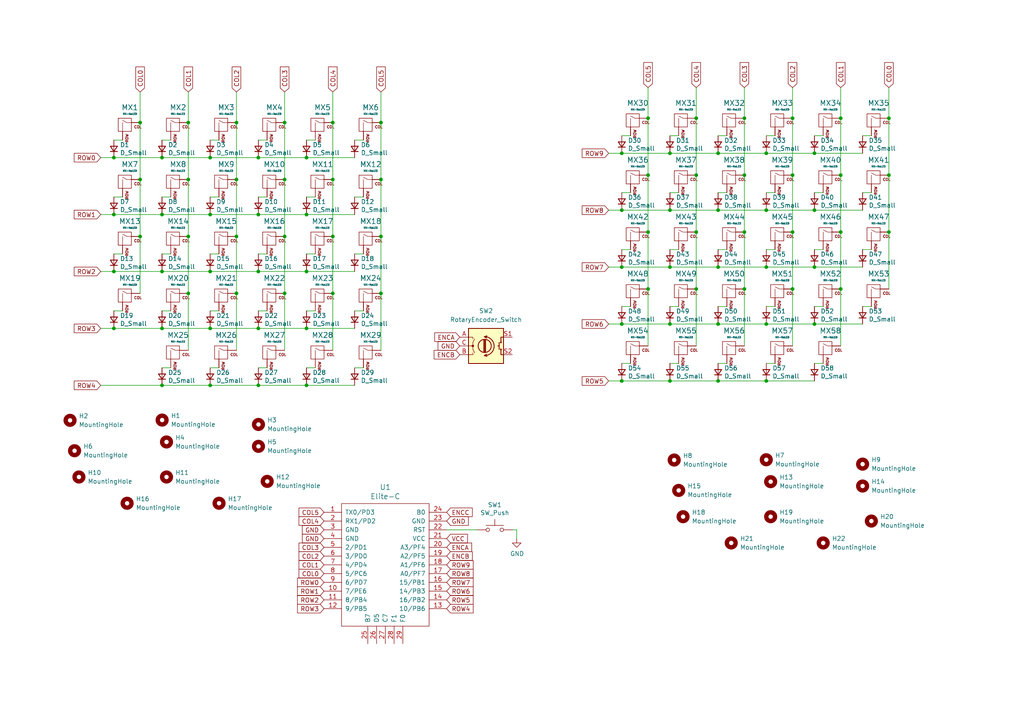
<source format=kicad_sch>
(kicad_sch (version 20211123) (generator eeschema)
  (paper "A4")
  (junction (at 257.81 67.31))
  (junction (at 33.02 62.23))
  (junction (at 74.93 62.23))
  (junction (at 236.22 44.45))
  (junction (at 215.9 67.31))
  (junction (at 74.93 78.74))
  (junction (at 201.93 67.31))
  (junction (at 40.64 35.56))
  (junction (at 68.58 68.58))
  (junction (at 194.31 44.45))
  (junction (at 222.25 44.45))
  (junction (at 60.96 62.23))
  (junction (at 236.22 60.96))
  (junction (at 33.02 78.74))
  (junction (at 180.34 77.47))
  (junction (at 180.34 44.45))
  (junction (at 194.31 77.47))
  (junction (at 201.93 50.8))
  (junction (at 257.81 50.8))
  (junction (at 229.87 67.31))
  (junction (at 88.9 95.25))
  (junction (at 96.52 35.56))
  (junction (at 187.96 67.31))
  (junction (at 180.34 110.49))
  (junction (at 229.87 50.8))
  (junction (at 54.61 52.07))
  (junction (at 110.49 35.56))
  (junction (at 82.55 85.09))
  (junction (at 88.9 62.23))
  (junction (at 187.96 50.8))
  (junction (at 243.84 67.31))
  (junction (at 96.52 85.09))
  (junction (at 54.61 35.56))
  (junction (at 88.9 111.76))
  (junction (at 33.02 95.25))
  (junction (at 60.96 45.72))
  (junction (at 33.02 45.72))
  (junction (at 243.84 83.82))
  (junction (at 257.81 34.29))
  (junction (at 222.25 110.49))
  (junction (at 194.31 60.96))
  (junction (at 229.87 34.29))
  (junction (at 46.99 111.76))
  (junction (at 222.25 60.96))
  (junction (at 208.28 60.96))
  (junction (at 215.9 34.29))
  (junction (at 68.58 35.56))
  (junction (at 222.25 77.47))
  (junction (at 194.31 93.98))
  (junction (at 40.64 52.07))
  (junction (at 68.58 85.09))
  (junction (at 96.52 68.58))
  (junction (at 82.55 68.58))
  (junction (at 236.22 93.98))
  (junction (at 180.34 60.96))
  (junction (at 187.96 34.29))
  (junction (at 222.25 93.98))
  (junction (at 236.22 77.47))
  (junction (at 208.28 110.49))
  (junction (at 46.99 78.74))
  (junction (at 88.9 78.74))
  (junction (at 201.93 34.29))
  (junction (at 74.93 111.76))
  (junction (at 74.93 45.72))
  (junction (at 74.93 95.25))
  (junction (at 208.28 77.47))
  (junction (at 60.96 78.74))
  (junction (at 46.99 45.72))
  (junction (at 229.87 83.82))
  (junction (at 208.28 44.45))
  (junction (at 215.9 50.8))
  (junction (at 208.28 93.98))
  (junction (at 243.84 34.29))
  (junction (at 110.49 52.07))
  (junction (at 68.58 52.07))
  (junction (at 110.49 68.58))
  (junction (at 194.31 110.49))
  (junction (at 54.61 68.58))
  (junction (at 46.99 95.25))
  (junction (at 110.49 85.09))
  (junction (at 201.93 83.82))
  (junction (at 60.96 111.76))
  (junction (at 46.99 62.23))
  (junction (at 40.64 68.58))
  (junction (at 60.96 95.25))
  (junction (at 187.96 83.82))
  (junction (at 82.55 35.56))
  (junction (at 180.34 93.98))
  (junction (at 96.52 52.07))
  (junction (at 54.61 85.09))
  (junction (at 82.55 52.07))
  (junction (at 88.9 45.72))
  (junction (at 215.9 83.82))
  (junction (at 243.84 50.8))
  (wire (pts (xy 96.52 85.09) (xy 96.52 101.6)))
  (wire (pts (xy 33.02 62.23) (xy 46.99 62.23)))
  (wire (pts (xy 201.93 34.29) (xy 201.93 50.8)))
  (wire (pts (xy 229.87 25.4) (xy 229.87 34.29)))
  (wire (pts (xy 33.02 45.72) (xy 46.99 45.72)))
  (wire (pts (xy 74.93 45.72) (xy 88.9 45.72)))
  (wire (pts (xy 208.28 105.41) (xy 210.82 105.41)))
  (wire (pts (xy 187.96 50.8) (xy 187.96 67.31)))
  (wire (pts (xy 110.49 85.09) (xy 110.49 101.6)))
  (wire (pts (xy 180.34 55.88) (xy 182.88 55.88)))
  (wire (pts (xy 194.31 88.9) (xy 196.85 88.9)))
  (wire (pts (xy 215.9 25.4) (xy 215.9 34.29)))
  (wire (pts (xy 187.96 25.4) (xy 187.96 34.29)))
  (wire (pts (xy 257.81 25.4) (xy 257.81 34.29)))
  (wire (pts (xy 46.99 73.66) (xy 49.53 73.66)))
  (wire (pts (xy 88.9 78.74) (xy 102.87 78.74)))
  (wire (pts (xy 29.21 78.74) (xy 33.02 78.74)))
  (wire (pts (xy 208.28 72.39) (xy 210.82 72.39)))
  (wire (pts (xy 88.9 111.76) (xy 102.87 111.76)))
  (wire (pts (xy 215.9 34.29) (xy 215.9 50.8)))
  (wire (pts (xy 110.49 35.56) (xy 110.49 52.07)))
  (wire (pts (xy 40.64 52.07) (xy 40.64 68.58)))
  (wire (pts (xy 194.31 39.37) (xy 196.85 39.37)))
  (wire (pts (xy 88.9 62.23) (xy 102.87 62.23)))
  (wire (pts (xy 29.21 111.76) (xy 46.99 111.76)))
  (wire (pts (xy 176.53 44.45) (xy 180.34 44.45)))
  (wire (pts (xy 88.9 95.25) (xy 102.87 95.25)))
  (wire (pts (xy 40.64 35.56) (xy 40.64 52.07)))
  (wire (pts (xy 68.58 68.58) (xy 68.58 85.09)))
  (wire (pts (xy 46.99 57.15) (xy 49.53 57.15)))
  (wire (pts (xy 88.9 90.17) (xy 91.44 90.17)))
  (wire (pts (xy 180.34 44.45) (xy 194.31 44.45)))
  (wire (pts (xy 229.87 83.82) (xy 229.87 100.33)))
  (wire (pts (xy 236.22 93.98) (xy 250.19 93.98)))
  (wire (pts (xy 194.31 110.49) (xy 208.28 110.49)))
  (wire (pts (xy 74.93 40.64) (xy 77.47 40.64)))
  (wire (pts (xy 68.58 35.56) (xy 68.58 52.07)))
  (wire (pts (xy 250.19 88.9) (xy 252.73 88.9)))
  (wire (pts (xy 243.84 50.8) (xy 243.84 67.31)))
  (wire (pts (xy 102.87 106.68) (xy 105.41 106.68)))
  (wire (pts (xy 180.34 39.37) (xy 182.88 39.37)))
  (wire (pts (xy 208.28 93.98) (xy 222.25 93.98)))
  (wire (pts (xy 46.99 62.23) (xy 60.96 62.23)))
  (wire (pts (xy 60.96 106.68) (xy 63.5 106.68)))
  (wire (pts (xy 194.31 77.47) (xy 208.28 77.47)))
  (wire (pts (xy 215.9 67.31) (xy 215.9 83.82)))
  (wire (pts (xy 88.9 45.72) (xy 102.87 45.72)))
  (wire (pts (xy 33.02 57.15) (xy 35.56 57.15)))
  (wire (pts (xy 236.22 72.39) (xy 238.76 72.39)))
  (wire (pts (xy 74.93 62.23) (xy 88.9 62.23)))
  (wire (pts (xy 243.84 34.29) (xy 243.84 50.8)))
  (wire (pts (xy 60.96 111.76) (xy 74.93 111.76)))
  (wire (pts (xy 54.61 68.58) (xy 54.61 85.09)))
  (wire (pts (xy 222.25 105.41) (xy 224.79 105.41)))
  (wire (pts (xy 194.31 93.98) (xy 208.28 93.98)))
  (wire (pts (xy 194.31 44.45) (xy 208.28 44.45)))
  (wire (pts (xy 243.84 83.82) (xy 243.84 100.33)))
  (wire (pts (xy 243.84 67.31) (xy 243.84 83.82)))
  (wire (pts (xy 187.96 83.82) (xy 187.96 100.33)))
  (wire (pts (xy 148.59 153.67) (xy 149.86 153.67)))
  (wire (pts (xy 176.53 77.47) (xy 180.34 77.47)))
  (wire (pts (xy 194.31 72.39) (xy 196.85 72.39)))
  (wire (pts (xy 236.22 39.37) (xy 238.76 39.37)))
  (wire (pts (xy 222.25 60.96) (xy 236.22 60.96)))
  (wire (pts (xy 236.22 77.47) (xy 250.19 77.47)))
  (wire (pts (xy 180.34 93.98) (xy 194.31 93.98)))
  (wire (pts (xy 257.81 50.8) (xy 257.81 67.31)))
  (wire (pts (xy 46.99 111.76) (xy 60.96 111.76)))
  (wire (pts (xy 250.19 39.37) (xy 252.73 39.37)))
  (wire (pts (xy 102.87 57.15) (xy 105.41 57.15)))
  (wire (pts (xy 96.52 68.58) (xy 96.52 85.09)))
  (wire (pts (xy 208.28 60.96) (xy 222.25 60.96)))
  (wire (pts (xy 250.19 55.88) (xy 252.73 55.88)))
  (wire (pts (xy 229.87 50.8) (xy 229.87 67.31)))
  (wire (pts (xy 88.9 40.64) (xy 91.44 40.64)))
  (wire (pts (xy 229.87 67.31) (xy 229.87 83.82)))
  (wire (pts (xy 68.58 52.07) (xy 68.58 68.58)))
  (wire (pts (xy 222.25 110.49) (xy 236.22 110.49)))
  (wire (pts (xy 201.93 25.4) (xy 201.93 34.29)))
  (wire (pts (xy 46.99 106.68) (xy 49.53 106.68)))
  (wire (pts (xy 180.34 77.47) (xy 194.31 77.47)))
  (wire (pts (xy 33.02 90.17) (xy 35.56 90.17)))
  (wire (pts (xy 60.96 78.74) (xy 74.93 78.74)))
  (wire (pts (xy 102.87 40.64) (xy 105.41 40.64)))
  (wire (pts (xy 96.52 52.07) (xy 96.52 68.58)))
  (wire (pts (xy 222.25 44.45) (xy 236.22 44.45)))
  (wire (pts (xy 54.61 52.07) (xy 54.61 68.58)))
  (wire (pts (xy 74.93 106.68) (xy 77.47 106.68)))
  (wire (pts (xy 236.22 55.88) (xy 238.76 55.88)))
  (wire (pts (xy 208.28 39.37) (xy 210.82 39.37)))
  (wire (pts (xy 236.22 60.96) (xy 250.19 60.96)))
  (wire (pts (xy 102.87 73.66) (xy 105.41 73.66)))
  (wire (pts (xy 29.21 45.72) (xy 33.02 45.72)))
  (wire (pts (xy 180.34 60.96) (xy 194.31 60.96)))
  (wire (pts (xy 74.93 73.66) (xy 77.47 73.66)))
  (wire (pts (xy 176.53 93.98) (xy 180.34 93.98)))
  (wire (pts (xy 110.49 68.58) (xy 110.49 85.09)))
  (wire (pts (xy 74.93 111.76) (xy 88.9 111.76)))
  (wire (pts (xy 29.21 62.23) (xy 33.02 62.23)))
  (wire (pts (xy 82.55 85.09) (xy 82.55 101.6)))
  (wire (pts (xy 236.22 44.45) (xy 250.19 44.45)))
  (wire (pts (xy 110.49 52.07) (xy 110.49 68.58)))
  (wire (pts (xy 110.49 26.67) (xy 110.49 35.56)))
  (wire (pts (xy 257.81 67.31) (xy 257.81 83.82)))
  (wire (pts (xy 60.96 57.15) (xy 63.5 57.15)))
  (wire (pts (xy 222.25 77.47) (xy 236.22 77.47)))
  (wire (pts (xy 88.9 106.68) (xy 91.44 106.68)))
  (wire (pts (xy 208.28 77.47) (xy 222.25 77.47)))
  (wire (pts (xy 222.25 72.39) (xy 224.79 72.39)))
  (wire (pts (xy 208.28 44.45) (xy 222.25 44.45)))
  (wire (pts (xy 222.25 88.9) (xy 224.79 88.9)))
  (wire (pts (xy 180.34 105.41) (xy 182.88 105.41)))
  (wire (pts (xy 222.25 39.37) (xy 224.79 39.37)))
  (wire (pts (xy 68.58 26.67) (xy 68.58 35.56)))
  (wire (pts (xy 54.61 85.09) (xy 54.61 101.6)))
  (wire (pts (xy 54.61 26.67) (xy 54.61 35.56)))
  (wire (pts (xy 201.93 83.82) (xy 201.93 100.33)))
  (wire (pts (xy 74.93 95.25) (xy 88.9 95.25)))
  (wire (pts (xy 194.31 55.88) (xy 196.85 55.88)))
  (wire (pts (xy 176.53 60.96) (xy 180.34 60.96)))
  (wire (pts (xy 60.96 90.17) (xy 63.5 90.17)))
  (wire (pts (xy 236.22 88.9) (xy 238.76 88.9)))
  (wire (pts (xy 149.86 153.67) (xy 149.86 156.21)))
  (wire (pts (xy 194.31 60.96) (xy 208.28 60.96)))
  (wire (pts (xy 46.99 78.74) (xy 60.96 78.74)))
  (wire (pts (xy 60.96 40.64) (xy 63.5 40.64)))
  (wire (pts (xy 187.96 67.31) (xy 187.96 83.82)))
  (wire (pts (xy 180.34 72.39) (xy 182.88 72.39)))
  (wire (pts (xy 201.93 50.8) (xy 201.93 67.31)))
  (wire (pts (xy 74.93 90.17) (xy 77.47 90.17)))
  (wire (pts (xy 208.28 88.9) (xy 210.82 88.9)))
  (wire (pts (xy 74.93 78.74) (xy 88.9 78.74)))
  (wire (pts (xy 60.96 73.66) (xy 63.5 73.66)))
  (wire (pts (xy 194.31 105.41) (xy 196.85 105.41)))
  (wire (pts (xy 54.61 35.56) (xy 54.61 52.07)))
  (wire (pts (xy 250.19 72.39) (xy 252.73 72.39)))
  (wire (pts (xy 46.99 90.17) (xy 49.53 90.17)))
  (wire (pts (xy 88.9 57.15) (xy 91.44 57.15)))
  (wire (pts (xy 60.96 62.23) (xy 74.93 62.23)))
  (wire (pts (xy 180.34 110.49) (xy 194.31 110.49)))
  (wire (pts (xy 68.58 85.09) (xy 68.58 101.6)))
  (wire (pts (xy 215.9 83.82) (xy 215.9 100.33)))
  (wire (pts (xy 201.93 67.31) (xy 201.93 83.82)))
  (wire (pts (xy 82.55 68.58) (xy 82.55 85.09)))
  (wire (pts (xy 208.28 110.49) (xy 222.25 110.49)))
  (wire (pts (xy 88.9 73.66) (xy 91.44 73.66)))
  (wire (pts (xy 46.99 40.64) (xy 49.53 40.64)))
  (wire (pts (xy 187.96 34.29) (xy 187.96 50.8)))
  (wire (pts (xy 102.87 90.17) (xy 105.41 90.17)))
  (wire (pts (xy 96.52 35.56) (xy 96.52 52.07)))
  (wire (pts (xy 74.93 57.15) (xy 77.47 57.15)))
  (wire (pts (xy 129.54 153.67) (xy 138.43 153.67)))
  (wire (pts (xy 257.81 34.29) (xy 257.81 50.8)))
  (wire (pts (xy 60.96 45.72) (xy 74.93 45.72)))
  (wire (pts (xy 180.34 88.9) (xy 182.88 88.9)))
  (wire (pts (xy 82.55 26.67) (xy 82.55 35.56)))
  (wire (pts (xy 222.25 93.98) (xy 236.22 93.98)))
  (wire (pts (xy 96.52 26.67) (xy 96.52 35.56)))
  (wire (pts (xy 46.99 95.25) (xy 60.96 95.25)))
  (wire (pts (xy 40.64 68.58) (xy 40.64 85.09)))
  (wire (pts (xy 33.02 40.64) (xy 35.56 40.64)))
  (wire (pts (xy 236.22 105.41) (xy 238.76 105.41)))
  (wire (pts (xy 229.87 34.29) (xy 229.87 50.8)))
  (wire (pts (xy 82.55 52.07) (xy 82.55 68.58)))
  (wire (pts (xy 82.55 35.56) (xy 82.55 52.07)))
  (wire (pts (xy 33.02 78.74) (xy 46.99 78.74)))
  (wire (pts (xy 33.02 95.25) (xy 46.99 95.25)))
  (wire (pts (xy 243.84 25.4) (xy 243.84 34.29)))
  (wire (pts (xy 176.53 110.49) (xy 180.34 110.49)))
  (wire (pts (xy 208.28 55.88) (xy 210.82 55.88)))
  (wire (pts (xy 60.96 95.25) (xy 74.93 95.25)))
  (wire (pts (xy 46.99 45.72) (xy 60.96 45.72)))
  (wire (pts (xy 29.21 95.25) (xy 33.02 95.25)))
  (wire (pts (xy 222.25 55.88) (xy 224.79 55.88)))
  (wire (pts (xy 33.02 73.66) (xy 35.56 73.66)))
  (wire (pts (xy 40.64 26.67) (xy 40.64 35.56)))
  (wire (pts (xy 215.9 50.8) (xy 215.9 67.31)))
  (global_label "COL3" (shape input) (at 93.98 158.75 180) (property "Intersheet References" "${INTERSHEET_REFS}" (effects hide)))
  (global_label "COL1" (shape input) (at 243.84 25.4 90) (property "Intersheet References" "${INTERSHEET_REFS}" (effects hide)))
  (global_label "COL0" (shape input) (at 40.64 26.67 90) (property "Intersheet References" "${INTERSHEET_REFS}" (effects hide)))
  (global_label "ROW5" (shape input) (at 129.54 173.99 0) (property "Intersheet References" "${INTERSHEET_REFS}" (effects hide)))
  (global_label "ROW1" (shape input) (at 93.98 171.45 180) (property "Intersheet References" "${INTERSHEET_REFS}" (effects hide)))
  (global_label "VCC" (shape input) (at 129.54 156.21 0) (property "Intersheet References" "${INTERSHEET_REFS}" (effects hide)))
  (global_label "ROW7" (shape input) (at 129.54 168.91 0) (property "Intersheet References" "${INTERSHEET_REFS}" (effects hide)))
  (global_label "COL5" (shape input) (at 110.49 26.67 90) (property "Intersheet References" "${INTERSHEET_REFS}" (effects hide)))
  (global_label "COL4" (shape input) (at 96.52 26.67 90) (property "Intersheet References" "${INTERSHEET_REFS}" (effects hide)))
  (global_label "ROW0" (shape input) (at 93.98 168.91 180) (property "Intersheet References" "${INTERSHEET_REFS}" (effects hide)))
  (global_label "ROW4" (shape input) (at 29.21 111.76 180) (property "Intersheet References" "${INTERSHEET_REFS}" (effects hide)))
  (global_label "COL5" (shape input) (at 93.98 148.59 180) (property "Intersheet References" "${INTERSHEET_REFS}" (effects hide)))
  (global_label "COL5" (shape input) (at 187.96 25.4 90) (property "Intersheet References" "${INTERSHEET_REFS}" (effects hide)))
  (global_label "ROW3" (shape input) (at 29.21 95.25 180) (property "Intersheet References" "${INTERSHEET_REFS}" (effects hide)))
  (global_label "ROW9" (shape input) (at 129.54 163.83 0) (property "Intersheet References" "${INTERSHEET_REFS}" (effects hide)))
  (global_label "COL0" (shape input) (at 257.81 25.4 90) (property "Intersheet References" "${INTERSHEET_REFS}" (effects hide)))
  (global_label "COL4" (shape input) (at 201.93 25.4 90) (property "Intersheet References" "${INTERSHEET_REFS}" (effects hide)))
  (global_label "COL1" (shape input) (at 54.61 26.67 90) (property "Intersheet References" "${INTERSHEET_REFS}" (effects hide)))
  (global_label "GND" (shape input) (at 133.35 100.33 180) (property "Intersheet References" "${INTERSHEET_REFS}" (effects hide)))
  (global_label "ENCC" (shape input) (at 129.54 148.59 0) (property "Intersheet References" "${INTERSHEET_REFS}" (effects hide)))
  (global_label "ENCA" (shape input) (at 133.35 97.79 180) (property "Intersheet References" "${INTERSHEET_REFS}" (effects hide)))
  (global_label "GND" (shape input) (at 129.54 151.13 0) (property "Intersheet References" "${INTERSHEET_REFS}" (effects hide)))
  (global_label "ROW9" (shape input) (at 176.53 44.45 180) (property "Intersheet References" "${INTERSHEET_REFS}" (effects hide)))
  (global_label "COL1" (shape input) (at 93.98 163.83 180) (property "Intersheet References" "${INTERSHEET_REFS}" (effects hide)))
  (global_label "ROW6" (shape input) (at 176.53 93.98 180) (property "Intersheet References" "${INTERSHEET_REFS}" (effects hide)))
  (global_label "ROW4" (shape input) (at 129.54 176.53 0) (property "Intersheet References" "${INTERSHEET_REFS}" (effects hide)))
  (global_label "COL3" (shape input) (at 82.55 26.67 90) (property "Intersheet References" "${INTERSHEET_REFS}" (effects hide)))
  (global_label "ROW2" (shape input) (at 93.98 173.99 180) (property "Intersheet References" "${INTERSHEET_REFS}" (effects hide)))
  (global_label "COL3" (shape input) (at 215.9 25.4 90) (property "Intersheet References" "${INTERSHEET_REFS}" (effects hide)))
  (global_label "ROW1" (shape input) (at 29.21 62.23 180) (property "Intersheet References" "${INTERSHEET_REFS}" (effects hide)))
  (global_label "ROW5" (shape input) (at 176.53 110.49 180) (property "Intersheet References" "${INTERSHEET_REFS}" (effects hide)))
  (global_label "ROW3" (shape input) (at 93.98 176.53 180) (property "Intersheet References" "${INTERSHEET_REFS}" (effects hide)))
  (global_label "GND" (shape input) (at 93.98 153.67 180) (property "Intersheet References" "${INTERSHEET_REFS}" (effects hide)))
  (global_label "COL2" (shape input) (at 68.58 26.67 90) (property "Intersheet References" "${INTERSHEET_REFS}" (effects hide)))
  (global_label "ROW0" (shape input) (at 29.21 45.72 180) (property "Intersheet References" "${INTERSHEET_REFS}" (effects hide)))
  (global_label "ENCA" (shape input) (at 129.54 158.75 0) (property "Intersheet References" "${INTERSHEET_REFS}" (effects hide)))
  (global_label "COL0" (shape input) (at 93.98 166.37 180) (property "Intersheet References" "${INTERSHEET_REFS}" (effects hide)))
  (global_label "ROW8" (shape input) (at 129.54 166.37 0) (property "Intersheet References" "${INTERSHEET_REFS}" (effects hide)))
  (global_label "COL4" (shape input) (at 93.98 151.13 180) (property "Intersheet References" "${INTERSHEET_REFS}" (effects hide)))
  (global_label "COL2" (shape input) (at 229.87 25.4 90) (property "Intersheet References" "${INTERSHEET_REFS}" (effects hide)))
  (global_label "GND" (shape input) (at 93.98 156.21 180) (property "Intersheet References" "${INTERSHEET_REFS}" (effects hide)))
  (global_label "ENCB" (shape input) (at 133.35 102.87 180) (property "Intersheet References" "${INTERSHEET_REFS}" (effects hide)))
  (global_label "COL2" (shape input) (at 93.98 161.29 180) (property "Intersheet References" "${INTERSHEET_REFS}" (effects hide)))
  (global_label "ROW6" (shape input) (at 129.54 171.45 0) (property "Intersheet References" "${INTERSHEET_REFS}" (effects hide)))
  (global_label "ROW7" (shape input) (at 176.53 77.47 180) (property "Intersheet References" "${INTERSHEET_REFS}" (effects hide)))
  (global_label "ENCB" (shape input) (at 129.54 161.29 0) (property "Intersheet References" "${INTERSHEET_REFS}" (effects hide)))
  (global_label "ROW8" (shape input) (at 176.53 60.96 180) (property "Intersheet References" "${INTERSHEET_REFS}" (effects hide)))
  (global_label "ROW2" (shape input) (at 29.21 78.74 180) (property "Intersheet References" "${INTERSHEET_REFS}" (effects hide)))
  (symbol (lib_id "MX_Alps_Hybrid:MX-NoLED") (at 198.12 85.09 0) (unit 1)
    (property "Reference" "MX49" (at 198.9582 79.4258 0) (effects (font (size 1.524 1.524))))
    (property "Value" "MX-NoLED" (at 198.9582 81.3054 0) (effects (font (size 0.508 0.508))))
    (property "Footprint" "footprints:CherryMX_Hotswap" (effects hide))
  )
  (symbol (lib_id "Device:D_Small") (at 33.02 59.69 90) (unit 1)
    (property "Reference" "D7" (at 34.798 58.5216 90) (effects (justify right)))
    (property "Value" "D_Small" (at 34.798 60.833 90) (effects (justify right)))
    (property "Footprint" "footprints:D3_hybrid_common_hole" (effects hide))
  )
  (symbol (lib_id "Device:D_Small") (at 208.28 91.44 90) (unit 1)
    (property "Reference" "D50" (at 210.058 90.2716 90) (effects (justify right)))
    (property "Value" "D_Small" (at 210.058 92.583 90) (effects (justify right)))
    (property "Footprint" "footprints:D3_hybrid_common_hole" (effects hide))
  )
  (symbol (lib_id "MX_Alps_Hybrid:MX-NoLED") (at 198.12 52.07 0) (unit 1)
    (property "Reference" "MX37" (at 198.9582 46.4058 0) (effects (font (size 1.524 1.524))))
    (property "Value" "MX-NoLED" (at 198.9582 48.2854 0) (effects (font (size 0.508 0.508))))
    (property "Footprint" "footprints:CherryMX_Hotswap" (effects hide))
  )
  (symbol (lib_id "MX_Alps_Hybrid:MX-NoLED") (at 50.8 69.85 0) (unit 1)
    (property "Reference" "MX14" (at 51.6382 64.1858 0) (effects (font (size 1.524 1.524))))
    (property "Value" "MX-NoLED" (at 51.6382 66.0654 0) (effects (font (size 0.508 0.508))))
    (property "Footprint" "footprints:CherryMX_Hotswap" (effects hide))
  )
  (symbol (lib_id "Mechanical:MountingHole") (at 252.73 151.13 0) (unit 1)
    (property "Reference" "H20" (at 255.27 149.8599 0) (effects (justify left)))
    (property "Value" "MountingHole" (at 255.27 152.3999 0) (effects (justify left)))
    (property "Footprint" "footprints:spacer_m2" (effects hide))
  )
  (symbol (lib_id "Mechanical:MountingHole") (at 74.9643 123.1095 0) (unit 1)
    (property "Reference" "H3" (at 77.5043 121.8394 0) (effects (justify left)))
    (property "Value" "MountingHole" (at 77.5043 124.3794 0) (effects (justify left)))
    (property "Footprint" "footprints:spacer_m2" (effects hide))
  )
  (symbol (lib_id "MX_Alps_Hybrid:MX-NoLED") (at 78.74 36.83 0) (unit 1)
    (property "Reference" "MX4" (at 79.5782 31.1658 0) (effects (font (size 1.524 1.524))))
    (property "Value" "MX-NoLED" (at 79.5782 33.0454 0) (effects (font (size 0.508 0.508))))
    (property "Footprint" "footprints:CherryMX_Hotswap" (effects hide))
  )
  (symbol (lib_id "Device:D_Small") (at 194.31 58.42 90) (unit 1)
    (property "Reference" "D37" (at 196.088 57.2516 90) (effects (justify right)))
    (property "Value" "D_Small" (at 196.088 59.563 90) (effects (justify right)))
    (property "Footprint" "footprints:D3_hybrid_common_hole" (effects hide))
  )
  (symbol (lib_id "Device:D_Small") (at 74.93 109.22 90) (unit 1)
    (property "Reference" "D27" (at 76.708 108.0516 90) (effects (justify right)))
    (property "Value" "D_Small" (at 76.708 110.363 90) (effects (justify right)))
    (property "Footprint" "footprints:D3_hybrid_common_hole" (effects hide))
  )
  (symbol (lib_id "Device:D_Small") (at 46.99 92.71 90) (unit 1)
    (property "Reference" "D20" (at 48.768 91.5416 90) (effects (justify right)))
    (property "Value" "D_Small" (at 48.768 93.853 90) (effects (justify right)))
    (property "Footprint" "footprints:D3_hybrid_common_hole" (effects hide))
  )
  (symbol (lib_id "Device:D_Small") (at 33.02 92.71 90) (unit 1)
    (property "Reference" "D19" (at 34.798 91.5416 90) (effects (justify right)))
    (property "Value" "D_Small" (at 34.798 93.853 90) (effects (justify right)))
    (property "Footprint" "footprints:D3_hybrid_common_hole" (effects hide))
  )
  (symbol (lib_id "MX_Alps_Hybrid:MX-NoLED") (at 226.06 35.56 0) (unit 1)
    (property "Reference" "MX33" (at 226.8982 29.8958 0) (effects (font (size 1.524 1.524))))
    (property "Value" "MX-NoLED" (at 226.8982 31.7754 0) (effects (font (size 0.508 0.508))))
    (property "Footprint" "footprints:CherryMX_Hotswap" (effects hide))
  )
  (symbol (lib_id "Mechanical:MountingHole") (at 63.5343 145.9695 0) (unit 1)
    (property "Reference" "H17" (at 66.0743 144.6994 0) (effects (justify left)))
    (property "Value" "MountingHole" (at 66.0743 147.2394 0) (effects (justify left)))
    (property "Footprint" "footprints:spacer_m2" (effects hide))
  )
  (symbol (lib_id "MX_Alps_Hybrid:MX-NoLED") (at 36.83 69.85 0) (unit 1)
    (property "Reference" "MX13" (at 37.6682 64.1858 0) (effects (font (size 1.524 1.524))))
    (property "Value" "MX-NoLED" (at 37.6682 66.0654 0) (effects (font (size 0.508 0.508))))
    (property "Footprint" "footprints:CherryMX_Hotswap" (effects hide))
  )
  (symbol (lib_id "MX_Alps_Hybrid:MX-NoLED") (at 92.71 102.87 0) (unit 1)
    (property "Reference" "MX28" (at 93.5482 97.2058 0) (effects (font (size 1.524 1.524))))
    (property "Value" "MX-NoLED" (at 93.5482 99.0854 0) (effects (font (size 0.508 0.508))))
    (property "Footprint" "footprints:CherryMX_Hotswap" (effects hide))
  )
  (symbol (lib_id "MX_Alps_Hybrid:MX-NoLED") (at 226.06 85.09 0) (unit 1)
    (property "Reference" "MX51" (at 226.8982 79.4258 0) (effects (font (size 1.524 1.524))))
    (property "Value" "MX-NoLED" (at 226.8982 81.3054 0) (effects (font (size 0.508 0.508))))
    (property "Footprint" "footprints:CherryMX_Hotswap" (effects hide))
  )
  (symbol (lib_id "Device:D_Small") (at 74.93 43.18 90) (unit 1)
    (property "Reference" "D4" (at 76.708 42.0116 90) (effects (justify right)))
    (property "Value" "D_Small" (at 76.708 44.323 90) (effects (justify right)))
    (property "Footprint" "footprints:D3_hybrid_common_hole" (effects hide))
  )
  (symbol (lib_id "Device:D_Small") (at 222.25 41.91 90) (unit 1)
    (property "Reference" "D33" (at 224.028 40.7416 90) (effects (justify right)))
    (property "Value" "D_Small" (at 224.028 43.053 90) (effects (justify right)))
    (property "Footprint" "footprints:D3_hybrid_common_hole" (effects hide))
  )
  (symbol (lib_id "Device:D_Small") (at 88.9 59.69 90) (unit 1)
    (property "Reference" "D11" (at 90.678 58.5216 90) (effects (justify right)))
    (property "Value" "D_Small" (at 90.678 60.833 90) (effects (justify right)))
    (property "Footprint" "footprints:D3_hybrid_common_hole" (effects hide))
  )
  (symbol (lib_id "MX_Alps_Hybrid:MX-NoLED") (at 212.09 52.07 0) (unit 1)
    (property "Reference" "MX38" (at 212.9282 46.4058 0) (effects (font (size 1.524 1.524))))
    (property "Value" "MX-NoLED" (at 212.9282 48.2854 0) (effects (font (size 0.508 0.508))))
    (property "Footprint" "footprints:CherryMX_Hotswap" (effects hide))
  )
  (symbol (lib_id "Device:D_Small") (at 180.34 41.91 90) (unit 1)
    (property "Reference" "D30" (at 182.118 40.7416 90) (effects (justify right)))
    (property "Value" "D_Small" (at 182.118 43.053 90) (effects (justify right)))
    (property "Footprint" "footprints:D3_hybrid_common_hole" (effects hide))
  )
  (symbol (lib_id "MX_Alps_Hybrid:MX-NoLED") (at 50.8 102.87 0) (unit 1)
    (property "Reference" "MX25" (at 51.6382 97.2058 0) (effects (font (size 1.524 1.524))))
    (property "Value" "MX-NoLED" (at 51.6382 99.0854 0) (effects (font (size 0.508 0.508))))
    (property "Footprint" "footprints:CherryMX_Hotswap" (effects hide))
  )
  (symbol (lib_id "Device:RotaryEncoder_Switch") (at 140.97 100.33 0) (unit 1)
    (property "Reference" "SW2" (at 140.97 90.17 0))
    (property "Value" "RotaryEncoder_Switch" (at 140.97 92.71 0))
    (property "Footprint" "footprints:RotaryEncoder_EC11" (effects hide))
  )
  (symbol (lib_id "MX_Alps_Hybrid:MX-NoLED") (at 184.15 101.6 0) (unit 1)
    (property "Reference" "MX54" (at 184.9882 95.9358 0) (effects (font (size 1.524 1.524))))
    (property "Value" "MX-NoLED" (at 184.9882 97.8154 0) (effects (font (size 0.508 0.508))))
    (property "Footprint" "footprints:CherryMX_Hotswap" (effects hide))
  )
  (symbol (lib_id "Device:D_Small") (at 250.19 58.42 90) (unit 1)
    (property "Reference" "D41" (at 251.968 57.2516 90) (effects (justify right)))
    (property "Value" "D_Small" (at 251.968 59.563 90) (effects (justify right)))
    (property "Footprint" "footprints:D3_hybrid_common_hole" (effects hide))
  )
  (symbol (lib_id "MX_Alps_Hybrid:MX-NoLED") (at 240.03 101.6 0) (unit 1)
    (property "Reference" "MX58" (at 240.8682 95.9358 0) (effects (font (size 1.524 1.524))))
    (property "Value" "MX-NoLED" (at 240.8682 97.8154 0) (effects (font (size 0.508 0.508))))
    (property "Footprint" "footprints:CherryMX_Hotswap" (effects hide))
  )
  (symbol (lib_id "Device:D_Small") (at 60.96 43.18 90) (unit 1)
    (property "Reference" "D3" (at 62.738 42.0116 90) (effects (justify right)))
    (property "Value" "D_Small" (at 62.738 44.323 90) (effects (justify right)))
    (property "Footprint" "footprints:D3_hybrid_common_hole" (effects hide))
  )
  (symbol (lib_id "Mechanical:MountingHole") (at 238.76 157.48 0) (unit 1)
    (property "Reference" "H22" (at 241.3 156.2099 0) (effects (justify left)))
    (property "Value" "MountingHole" (at 241.3 158.7499 0) (effects (justify left)))
    (property "Footprint" "footprints:spacer_m2" (effects hide))
  )
  (symbol (lib_id "Device:D_Small") (at 102.87 109.22 90) (unit 1)
    (property "Reference" "D29" (at 104.648 108.0516 90) (effects (justify right)))
    (property "Value" "D_Small" (at 104.648 110.363 90) (effects (justify right)))
    (property "Footprint" "footprints:D3_hybrid_common_hole" (effects hide))
  )
  (symbol (lib_id "MX_Alps_Hybrid:MX-NoLED") (at 198.12 68.58 0) (unit 1)
    (property "Reference" "MX43" (at 198.9582 62.9158 0) (effects (font (size 1.524 1.524))))
    (property "Value" "MX-NoLED" (at 198.9582 64.7954 0) (effects (font (size 0.508 0.508))))
    (property "Footprint" "footprints:CherryMX_Hotswap" (effects hide))
  )
  (symbol (lib_id "MX_Alps_Hybrid:MX-NoLED") (at 92.71 36.83 0) (unit 1)
    (property "Reference" "MX5" (at 93.5482 31.1658 0) (effects (font (size 1.524 1.524))))
    (property "Value" "MX-NoLED" (at 93.5482 33.0454 0) (effects (font (size 0.508 0.508))))
    (property "Footprint" "footprints:CherryMX_Hotswap" (effects hide))
  )
  (symbol (lib_id "Device:D_Small") (at 102.87 59.69 90) (unit 1)
    (property "Reference" "D12" (at 104.648 58.5216 90) (effects (justify right)))
    (property "Value" "D_Small" (at 104.648 60.833 90) (effects (justify right)))
    (property "Footprint" "footprints:D3_hybrid_common_hole" (effects hide))
  )
  (symbol (lib_id "Device:D_Small") (at 236.22 91.44 90) (unit 1)
    (property "Reference" "D52" (at 237.998 90.2716 90) (effects (justify right)))
    (property "Value" "D_Small" (at 237.998 92.583 90) (effects (justify right)))
    (property "Footprint" "footprints:D3_hybrid_common_hole" (effects hide))
  )
  (symbol (lib_id "MX_Alps_Hybrid:MX-NoLED") (at 92.71 86.36 0) (unit 1)
    (property "Reference" "MX23" (at 93.5482 80.6958 0) (effects (font (size 1.524 1.524))))
    (property "Value" "MX-NoLED" (at 93.5482 82.5754 0) (effects (font (size 0.508 0.508))))
    (property "Footprint" "footprints:CherryMX_Hotswap" (effects hide))
  )
  (symbol (lib_id "Device:D_Small") (at 250.19 41.91 90) (unit 1)
    (property "Reference" "D35" (at 251.968 40.7416 90) (effects (justify right)))
    (property "Value" "D_Small" (at 251.968 43.053 90) (effects (justify right)))
    (property "Footprint" "footprints:D3_hybrid_common_hole" (effects hide))
  )
  (symbol (lib_id "Device:D_Small") (at 236.22 41.91 90) (unit 1)
    (property "Reference" "D34" (at 237.998 40.7416 90) (effects (justify right)))
    (property "Value" "D_Small" (at 237.998 43.053 90) (effects (justify right)))
    (property "Footprint" "footprints:D3_hybrid_common_hole" (effects hide))
  )
  (symbol (lib_id "Device:D_Small") (at 33.02 43.18 90) (unit 1)
    (property "Reference" "D1" (at 34.798 42.0116 90) (effects (justify right)))
    (property "Value" "D_Small" (at 34.798 44.323 90) (effects (justify right)))
    (property "Footprint" "footprints:D3_hybrid_common_hole" (effects hide))
  )
  (symbol (lib_id "Device:D_Small") (at 250.19 91.44 90) (unit 1)
    (property "Reference" "D53" (at 251.968 90.2716 90) (effects (justify right)))
    (property "Value" "D_Small" (at 251.968 92.583 90) (effects (justify right)))
    (property "Footprint" "footprints:D3_hybrid_common_hole" (effects hide))
  )
  (symbol (lib_id "Mechanical:MountingHole") (at 212.09 157.48 0) (unit 1)
    (property "Reference" "H21" (at 214.63 156.2099 0) (effects (justify left)))
    (property "Value" "MountingHole" (at 214.63 158.7499 0) (effects (justify left)))
    (property "Footprint" "footprints:spacer_m2" (effects hide))
  )
  (symbol (lib_id "Mechanical:MountingHole") (at 223.52 149.86 0) (unit 1)
    (property "Reference" "H19" (at 226.06 148.5899 0) (effects (justify left)))
    (property "Value" "MountingHole" (at 226.06 151.1299 0) (effects (justify left)))
    (property "Footprint" "footprints:spacer_m2" (effects hide))
  )
  (symbol (lib_id "Device:D_Small") (at 194.31 74.93 90) (unit 1)
    (property "Reference" "D43" (at 196.088 73.7616 90) (effects (justify right)))
    (property "Value" "D_Small" (at 196.088 76.073 90) (effects (justify right)))
    (property "Footprint" "footprints:D3_hybrid_common_hole" (effects hide))
  )
  (symbol (lib_id "MX_Alps_Hybrid:MX-NoLED") (at 106.68 69.85 0) (unit 1)
    (property "Reference" "MX18" (at 107.5182 64.1858 0) (effects (font (size 1.524 1.524))))
    (property "Value" "MX-NoLED" (at 107.5182 66.0654 0) (effects (font (size 0.508 0.508))))
    (property "Footprint" "footprints:CherryMX_Hotswap" (effects hide))
  )
  (symbol (lib_id "MX_Alps_Hybrid:MX-NoLED") (at 240.03 35.56 0) (unit 1)
    (property "Reference" "MX34" (at 240.8682 29.8958 0) (effects (font (size 1.524 1.524))))
    (property "Value" "MX-NoLED" (at 240.8682 31.7754 0) (effects (font (size 0.508 0.508))))
    (property "Footprint" "footprints:CherryMX_Hotswap" (effects hide))
  )
  (symbol (lib_id "MX_Alps_Hybrid:MX-NoLED") (at 254 85.09 0) (unit 1)
    (property "Reference" "MX53" (at 254.8382 79.4258 0) (effects (font (size 1.524 1.524))))
    (property "Value" "MX-NoLED" (at 254.8382 81.3054 0) (effects (font (size 0.508 0.508))))
    (property "Footprint" "footprints:CherryMX_Hotswap" (effects hide))
  )
  (symbol (lib_id "MX_Alps_Hybrid:MX-NoLED") (at 254 52.07 0) (unit 1)
    (property "Reference" "MX41" (at 254.8382 46.4058 0) (effects (font (size 1.524 1.524))))
    (property "Value" "MX-NoLED" (at 254.8382 48.2854 0) (effects (font (size 0.508 0.508))))
    (property "Footprint" "footprints:CherryMX_Hotswap" (effects hide))
  )
  (symbol (lib_id "MX_Alps_Hybrid:MX-NoLED") (at 78.74 53.34 0) (unit 1)
    (property "Reference" "MX10" (at 79.5782 47.6758 0) (effects (font (size 1.524 1.524))))
    (property "Value" "MX-NoLED" (at 79.5782 49.5554 0) (effects (font (size 0.508 0.508))))
    (property "Footprint" "footprints:CherryMX_Hotswap" (effects hide))
  )
  (symbol (lib_id "MX_Alps_Hybrid:MX-NoLED") (at 64.77 53.34 0) (unit 1)
    (property "Reference" "MX9" (at 65.6082 47.6758 0) (effects (font (size 1.524 1.524))))
    (property "Value" "MX-NoLED" (at 65.6082 49.5554 0) (effects (font (size 0.508 0.508))))
    (property "Footprint" "footprints:CherryMX_Hotswap" (effects hide))
  )
  (symbol (lib_id "MX_Alps_Hybrid:MX-NoLED") (at 50.8 36.83 0) (unit 1)
    (property "Reference" "MX2" (at 51.6382 31.1658 0) (effects (font (size 1.524 1.524))))
    (property "Value" "MX-NoLED" (at 51.6382 33.0454 0) (effects (font (size 0.508 0.508))))
    (property "Footprint" "footprints:CherryMX_Hotswap" (effects hide))
  )
  (symbol (lib_id "MX_Alps_Hybrid:MX-NoLED") (at 184.15 35.56 0) (unit 1)
    (property "Reference" "MX30" (at 184.9882 29.8958 0) (effects (font (size 1.524 1.524))))
    (property "Value" "MX-NoLED" (at 184.9882 31.7754 0) (effects (font (size 0.508 0.508))))
    (property "Footprint" "footprints:CherryMX_Hotswap" (effects hide))
  )
  (symbol (lib_id "Device:D_Small") (at 250.19 74.93 90) (unit 1)
    (property "Reference" "D47" (at 251.968 73.7616 90) (effects (justify right)))
    (property "Value" "D_Small" (at 251.968 76.073 90) (effects (justify right)))
    (property "Footprint" "footprints:D3_hybrid_common_hole" (effects hide))
  )
  (symbol (lib_id "MX_Alps_Hybrid:MX-NoLED") (at 106.68 36.83 0) (unit 1)
    (property "Reference" "MX6" (at 107.5182 31.1658 0) (effects (font (size 1.524 1.524))))
    (property "Value" "MX-NoLED" (at 107.5182 33.0454 0) (effects (font (size 0.508 0.508))))
    (property "Footprint" "footprints:CherryMX_Hotswap" (effects hide))
  )
  (symbol (lib_id "MX_Alps_Hybrid:MX-NoLED") (at 36.83 86.36 0) (unit 1)
    (property "Reference" "MX19" (at 37.6682 80.6958 0) (effects (font (size 1.524 1.524))))
    (property "Value" "MX-NoLED" (at 37.6682 82.5754 0) (effects (font (size 0.508 0.508))))
    (property "Footprint" "footprints:CherryMX_Hotswap" (effects hide))
  )
  (symbol (lib_id "MX_Alps_Hybrid:MX-NoLED") (at 64.77 86.36 0) (unit 1)
    (property "Reference" "MX21" (at 65.6082 80.6958 0) (effects (font (size 1.524 1.524))))
    (property "Value" "MX-NoLED" (at 65.6082 82.5754 0) (effects (font (size 0.508 0.508))))
    (property "Footprint" "footprints:CherryMX_Hotswap" (effects hide))
  )
  (symbol (lib_id "Mechanical:MountingHole") (at 195.5457 133.4305 0) (unit 1)
    (property "Reference" "H8" (at 198.0857 132.1604 0) (effects (justify left)))
    (property "Value" "MountingHole" (at 198.0857 134.7004 0) (effects (justify left)))
    (property "Footprint" "footprints:spacer_m2" (effects hide))
  )
  (symbol (lib_id "Mechanical:MountingHole") (at 222.25 133.35 0) (unit 1)
    (property "Reference" "H7" (at 224.79 132.0799 0) (effects (justify left)))
    (property "Value" "MountingHole" (at 224.79 134.6199 0) (effects (justify left)))
    (property "Footprint" "footprints:spacer_m2" (effects hide))
  )
  (symbol (lib_id "MX_Alps_Hybrid:MX-NoLED") (at 240.03 52.07 0) (unit 1)
    (property "Reference" "MX40" (at 240.8682 46.4058 0) (effects (font (size 1.524 1.524))))
    (property "Value" "MX-NoLED" (at 240.8682 48.2854 0) (effects (font (size 0.508 0.508))))
    (property "Footprint" "footprints:CherryMX_Hotswap" (effects hide))
  )
  (symbol (lib_id "Device:D_Small") (at 222.25 74.93 90) (unit 1)
    (property "Reference" "D45" (at 224.028 73.7616 90) (effects (justify right)))
    (property "Value" "D_Small" (at 224.028 76.073 90) (effects (justify right)))
    (property "Footprint" "footprints:D3_hybrid_common_hole" (effects hide))
  )
  (symbol (lib_id "MX_Alps_Hybrid:MX-NoLED") (at 64.77 102.87 0) (unit 1)
    (property "Reference" "MX26" (at 65.6082 97.2058 0) (effects (font (size 1.524 1.524))))
    (property "Value" "MX-NoLED" (at 65.6082 99.0854 0) (effects (font (size 0.508 0.508))))
    (property "Footprint" "footprints:CherryMX_Hotswap" (effects hide))
  )
  (symbol (lib_id "Mechanical:MountingHole") (at 47.0243 121.8395 0) (unit 1)
    (property "Reference" "H1" (at 49.5643 120.5694 0) (effects (justify left)))
    (property "Value" "MountingHole" (at 49.5643 123.1094 0) (effects (justify left)))
    (property "Footprint" "footprints:spacer_m2" (effects hide))
  )
  (symbol (lib_id "Device:D_Small") (at 102.87 43.18 90) (unit 1)
    (property "Reference" "D6" (at 104.648 42.0116 90) (effects (justify right)))
    (property "Value" "D_Small" (at 104.648 44.323 90) (effects (justify right)))
    (property "Footprint" "footprints:D3_hybrid_common_hole" (effects hide))
  )
  (symbol (lib_id "MX_Alps_Hybrid:MX-NoLED") (at 184.15 68.58 0) (unit 1)
    (property "Reference" "MX42" (at 184.9882 62.9158 0) (effects (font (size 1.524 1.524))))
    (property "Value" "MX-NoLED" (at 184.9882 64.7954 0) (effects (font (size 0.508 0.508))))
    (property "Footprint" "footprints:CherryMX_Hotswap" (effects hide))
  )
  (symbol (lib_id "MX_Alps_Hybrid:MX-NoLED") (at 106.68 102.87 0) (unit 1)
    (property "Reference" "MX29" (at 107.5182 97.2058 0) (effects (font (size 1.524 1.524))))
    (property "Value" "MX-NoLED" (at 107.5182 99.0854 0) (effects (font (size 0.508 0.508))))
    (property "Footprint" "footprints:CherryMX_Hotswap" (effects hide))
  )
  (symbol (lib_id "Device:D_Small") (at 60.96 76.2 90) (unit 1)
    (property "Reference" "D15" (at 62.738 75.0316 90) (effects (justify right)))
    (property "Value" "D_Small" (at 62.738 77.343 90) (effects (justify right)))
    (property "Footprint" "footprints:D3_hybrid_common_hole" (effects hide))
  )
  (symbol (lib_id "MX_Alps_Hybrid:MX-NoLED") (at 212.09 85.09 0) (unit 1)
    (property "Reference" "MX50" (at 212.9282 79.4258 0) (effects (font (size 1.524 1.524))))
    (property "Value" "MX-NoLED" (at 212.9282 81.3054 0) (effects (font (size 0.508 0.508))))
    (property "Footprint" "footprints:CherryMX_Hotswap" (effects hide))
  )
  (symbol (lib_id "MX_Alps_Hybrid:MX-NoLED") (at 106.68 53.34 0) (unit 1)
    (property "Reference" "MX12" (at 107.5182 47.6758 0) (effects (font (size 1.524 1.524))))
    (property "Value" "MX-NoLED" (at 107.5182 49.5554 0) (effects (font (size 0.508 0.508))))
    (property "Footprint" "footprints:CherryMX_Hotswap" (effects hide))
  )
  (symbol (lib_id "MX_Alps_Hybrid:MX-NoLED") (at 78.74 102.87 0) (unit 1)
    (property "Reference" "MX27" (at 79.5782 97.2058 0) (effects (font (size 1.524 1.524))))
    (property "Value" "MX-NoLED" (at 79.5782 99.0854 0) (effects (font (size 0.508 0.508))))
    (property "Footprint" "footprints:CherryMX_Hotswap" (effects hide))
  )
  (symbol (lib_id "Device:D_Small") (at 208.28 74.93 90) (unit 1)
    (property "Reference" "D44" (at 210.058 73.7616 90) (effects (justify right)))
    (property "Value" "D_Small" (at 210.058 76.073 90) (effects (justify right)))
    (property "Footprint" "footprints:D3_hybrid_common_hole" (effects hide))
  )
  (symbol (lib_id "MX_Alps_Hybrid:MX-NoLED") (at 50.8 53.34 0) (unit 1)
    (property "Reference" "MX8" (at 51.6382 47.6758 0) (effects (font (size 1.524 1.524))))
    (property "Value" "MX-NoLED" (at 51.6382 49.5554 0) (effects (font (size 0.508 0.508))))
    (property "Footprint" "footprints:CherryMX_Hotswap" (effects hide))
  )
  (symbol (lib_id "MX_Alps_Hybrid:MX-NoLED") (at 226.06 68.58 0) (unit 1)
    (property "Reference" "MX45" (at 226.8982 62.9158 0) (effects (font (size 1.524 1.524))))
    (property "Value" "MX-NoLED" (at 226.8982 64.7954 0) (effects (font (size 0.508 0.508))))
    (property "Footprint" "footprints:CherryMX_Hotswap" (effects hide))
  )
  (symbol (lib_id "Mechanical:MountingHole") (at 20.32 121.92 0) (unit 1)
    (property "Reference" "H2" (at 22.86 120.6499 0) (effects (justify left)))
    (property "Value" "MountingHole" (at 22.86 123.1899 0) (effects (justify left)))
    (property "Footprint" "footprints:spacer_m2" (effects hide))
  )
  (symbol (lib_id "Device:D_Small") (at 102.87 92.71 90) (unit 1)
    (property "Reference" "D24" (at 104.648 91.5416 90) (effects (justify right)))
    (property "Value" "D_Small" (at 104.648 93.853 90) (effects (justify right)))
    (property "Footprint" "footprints:D3_hybrid_common_hole" (effects hide))
  )
  (symbol (lib_id "Device:D_Small") (at 33.02 76.2 90) (unit 1)
    (property "Reference" "D13" (at 34.798 75.0316 90) (effects (justify right)))
    (property "Value" "D_Small" (at 34.798 77.343 90) (effects (justify right)))
    (property "Footprint" "footprints:D3_hybrid_common_hole" (effects hide))
  )
  (symbol (lib_id "MX_Alps_Hybrid:MX-NoLED") (at 92.71 69.85 0) (unit 1)
    (property "Reference" "MX17" (at 93.5482 64.1858 0) (effects (font (size 1.524 1.524))))
    (property "Value" "MX-NoLED" (at 93.5482 66.0654 0) (effects (font (size 0.508 0.508))))
    (property "Footprint" "footprints:CherryMX_Hotswap" (effects hide))
  )
  (symbol (lib_id "MX_Alps_Hybrid:MX-NoLED") (at 254 68.58 0) (unit 1)
    (property "Reference" "MX47" (at 254.8382 62.9158 0) (effects (font (size 1.524 1.524))))
    (property "Value" "MX-NoLED" (at 254.8382 64.7954 0) (effects (font (size 0.508 0.508))))
    (property "Footprint" "footprints:CherryMX_Hotswap" (effects hide))
  )
  (symbol (lib_id "Device:D_Small") (at 102.87 76.2 90) (unit 1)
    (property "Reference" "D18" (at 104.648 75.0316 90) (effects (justify right)))
    (property "Value" "D_Small" (at 104.648 77.343 90) (effects (justify right)))
    (property "Footprint" "footprints:D3_hybrid_common_hole" (effects hide))
  )
  (symbol (lib_id "Mechanical:MountingHole") (at 36.8643 145.9695 0) (unit 1)
    (property "Reference" "H16" (at 39.4043 144.6994 0) (effects (justify left)))
    (property "Value" "MountingHole" (at 39.4043 147.2394 0) (effects (justify left)))
    (property "Footprint" "footprints:spacer_m2" (effects hide))
  )
  (symbol (lib_id "MX_Alps_Hybrid:MX-NoLED") (at 92.71 53.34 0) (unit 1)
    (property "Reference" "MX11" (at 93.5482 47.6758 0) (effects (font (size 1.524 1.524))))
    (property "Value" "MX-NoLED" (at 93.5482 49.5554 0) (effects (font (size 0.508 0.508))))
    (property "Footprint" "footprints:CherryMX_Hotswap" (effects hide))
  )
  (symbol (lib_id "Device:D_Small") (at 74.93 92.71 90) (unit 1)
    (property "Reference" "D22" (at 76.708 91.5416 90) (effects (justify right)))
    (property "Value" "D_Small" (at 76.708 93.853 90) (effects (justify right)))
    (property "Footprint" "footprints:D3_hybrid_common_hole" (effects hide))
  )
  (symbol (lib_id "Device:D_Small") (at 208.28 41.91 90) (unit 1)
    (property "Reference" "D32" (at 210.058 40.7416 90) (effects (justify right)))
    (property "Value" "D_Small" (at 210.058 43.053 90) (effects (justify right)))
    (property "Footprint" "footprints:D3_hybrid_common_hole" (effects hide))
  )
  (symbol (lib_id "Device:D_Small") (at 46.99 59.69 90) (unit 1)
    (property "Reference" "D8" (at 48.768 58.5216 90) (effects (justify right)))
    (property "Value" "D_Small" (at 48.768 60.833 90) (effects (justify right)))
    (property "Footprint" "footprints:D3_hybrid_common_hole" (effects hide))
  )
  (symbol (lib_id "MX_Alps_Hybrid:MX-NoLED") (at 64.77 36.83 0) (unit 1)
    (property "Reference" "MX3" (at 65.6082 31.1658 0) (effects (font (size 1.524 1.524))))
    (property "Value" "MX-NoLED" (at 65.6082 33.0454 0) (effects (font (size 0.508 0.508))))
    (property "Footprint" "footprints:CherryMX_Hotswap" (effects hide))
  )
  (symbol (lib_id "MX_Alps_Hybrid:MX-NoLED") (at 240.03 85.09 0) (unit 1)
    (property "Reference" "MX52" (at 240.8682 79.4258 0) (effects (font (size 1.524 1.524))))
    (property "Value" "MX-NoLED" (at 240.8682 81.3054 0) (effects (font (size 0.508 0.508))))
    (property "Footprint" "footprints:CherryMX_Hotswap" (effects hide))
  )
  (symbol (lib_id "MX_Alps_Hybrid:MX-NoLED") (at 226.06 52.07 0) (unit 1)
    (property "Reference" "MX39" (at 226.8982 46.4058 0) (effects (font (size 1.524 1.524))))
    (property "Value" "MX-NoLED" (at 226.8982 48.2854 0) (effects (font (size 0.508 0.508))))
    (property "Footprint" "footprints:CherryMX_Hotswap" (effects hide))
  )
  (symbol (lib_id "MX_Alps_Hybrid:MX-NoLED") (at 212.09 101.6 0) (unit 1)
    (property "Reference" "MX56" (at 212.9282 95.9358 0) (effects (font (size 1.524 1.524))))
    (property "Value" "MX-NoLED" (at 212.9282 97.8154 0) (effects (font (size 0.508 0.508))))
    (property "Footprint" "footprints:CherryMX_Hotswap" (effects hide))
  )
  (symbol (lib_id "MX_Alps_Hybrid:MX-NoLED") (at 36.83 53.34 0) (unit 1)
    (property "Reference" "MX7" (at 37.6682 47.6758 0) (effects (font (size 1.524 1.524))))
    (property "Value" "MX-NoLED" (at 37.6682 49.5554 0) (effects (font (size 0.508 0.508))))
    (property "Footprint" "footprints:CherryMX_Hotswap" (effects hide))
  )
  (symbol (lib_id "power:GND") (at 149.86 156.21 0) (unit 1)
    (property "Reference" "#PWR0101" (effects hide))
    (property "Value" "GND" (at 149.987 160.6042 0))
  )
  (symbol (lib_id "Mechanical:MountingHole") (at 77.5043 139.6195 0) (unit 1)
    (property "Reference" "H12" (at 80.0443 138.3494 0) (effects (justify left)))
    (property "Value" "MountingHole" (at 80.0443 140.8894 0) (effects (justify left)))
    (property "Footprint" "footprints:spacer_m2" (effects hide))
  )
  (symbol (lib_id "Device:D_Small") (at 180.34 58.42 90) (unit 1)
    (property "Reference" "D36" (at 182.118 57.2516 90) (effects (justify right)))
    (property "Value" "D_Small" (at 182.118 59.563 90) (effects (justify right)))
    (property "Footprint" "footprints:D3_hybrid_common_hole" (effects hide))
  )
  (symbol (lib_id "Device:D_Small") (at 88.9 109.22 90) (unit 1)
    (property "Reference" "D28" (at 90.678 108.0516 90) (effects (justify right)))
    (property "Value" "D_Small" (at 90.678 110.363 90) (effects (justify right)))
    (property "Footprint" "footprints:D3_hybrid_common_hole" (effects hide))
  )
  (symbol (lib_id "Device:D_Small") (at 222.25 107.95 90) (unit 1)
    (property "Reference" "D57" (at 224.028 106.7816 90) (effects (justify right)))
    (property "Value" "D_Small" (at 224.028 109.093 90) (effects (justify right)))
    (property "Footprint" "footprints:D3_hybrid_common_hole" (effects hide))
  )
  (symbol (lib_id "Mechanical:MountingHole") (at 48.2943 128.1895 0) (unit 1)
    (property "Reference" "H4" (at 50.8343 126.9194 0) (effects (justify left)))
    (property "Value" "MountingHole" (at 50.8343 129.4594 0) (effects (justify left)))
    (property "Footprint" "footprints:spacer_m2" (effects hide))
  )
  (symbol (lib_id "MX_Alps_Hybrid:MX-NoLED") (at 78.74 86.36 0) (unit 1)
    (property "Reference" "MX22" (at 79.5782 80.6958 0) (effects (font (size 1.524 1.524))))
    (property "Value" "MX-NoLED" (at 79.5782 82.5754 0) (effects (font (size 0.508 0.508))))
    (property "Footprint" "footprints:CherryMX_Hotswap" (effects hide))
  )
  (symbol (lib_id "MX_Alps_Hybrid:MX-NoLED") (at 226.06 101.6 0) (unit 1)
    (property "Reference" "MX57" (at 226.8982 95.9358 0) (effects (font (size 1.524 1.524))))
    (property "Value" "MX-NoLED" (at 226.8982 97.8154 0) (effects (font (size 0.508 0.508))))
    (property "Footprint" "footprints:CherryMX_Hotswap" (effects hide))
  )
  (symbol (lib_id "MX_Alps_Hybrid:MX-NoLED") (at 64.77 69.85 0) (unit 1)
    (property "Reference" "MX15" (at 65.6082 64.1858 0) (effects (font (size 1.524 1.524))))
    (property "Value" "MX-NoLED" (at 65.6082 66.0654 0) (effects (font (size 0.508 0.508))))
    (property "Footprint" "footprints:CherryMX_Hotswap" (effects hide))
  )
  (symbol (lib_id "Device:D_Small") (at 88.9 76.2 90) (unit 1)
    (property "Reference" "D17" (at 90.678 75.0316 90) (effects (justify right)))
    (property "Value" "D_Small" (at 90.678 77.343 90) (effects (justify right)))
    (property "Footprint" "footprints:D3_hybrid_common_hole" (effects hide))
  )
  (symbol (lib_id "Mechanical:MountingHole") (at 196.85 142.24 0) (unit 1)
    (property "Reference" "H15" (at 199.39 140.9699 0) (effects (justify left)))
    (property "Value" "MountingHole" (at 199.39 143.5099 0) (effects (justify left)))
    (property "Footprint" "footprints:spacer_m2" (effects hide))
  )
  (symbol (lib_id "MX_Alps_Hybrid:MX-NoLED") (at 212.09 35.56 0) (unit 1)
    (property "Reference" "MX32" (at 212.9282 29.8958 0) (effects (font (size 1.524 1.524))))
    (property "Value" "MX-NoLED" (at 212.9282 31.7754 0) (effects (font (size 0.508 0.508))))
    (property "Footprint" "footprints:CherryMX_Hotswap" (effects hide))
  )
  (symbol (lib_id "Device:D_Small") (at 222.25 58.42 90) (unit 1)
    (property "Reference" "D39" (at 224.028 57.2516 90) (effects (justify right)))
    (property "Value" "D_Small" (at 224.028 59.563 90) (effects (justify right)))
    (property "Footprint" "footprints:D3_hybrid_common_hole" (effects hide))
  )
  (symbol (lib_id "MX_Alps_Hybrid:MX-NoLED") (at 240.03 68.58 0) (unit 1)
    (property "Reference" "MX46" (at 240.8682 62.9158 0) (effects (font (size 1.524 1.524))))
    (property "Value" "MX-NoLED" (at 240.8682 64.7954 0) (effects (font (size 0.508 0.508))))
    (property "Footprint" "footprints:CherryMX_Hotswap" (effects hide))
  )
  (symbol (lib_id "Device:D_Small") (at 236.22 107.95 90) (unit 1)
    (property "Reference" "D58" (at 237.998 106.7816 90) (effects (justify right)))
    (property "Value" "D_Small" (at 237.998 109.093 90) (effects (justify right)))
    (property "Footprint" "footprints:D3_hybrid_common_hole" (effects hide))
  )
  (symbol (lib_id "Mechanical:MountingHole") (at 198.12 149.86 0) (unit 1)
    (property "Reference" "H18" (at 200.66 148.5899 0) (effects (justify left)))
    (property "Value" "MountingHole" (at 200.66 151.1299 0) (effects (justify left)))
    (property "Footprint" "footprints:spacer_m2" (effects hide))
  )
  (symbol (lib_id "Device:D_Small") (at 194.31 41.91 90) (unit 1)
    (property "Reference" "D31" (at 196.088 40.7416 90) (effects (justify right)))
    (property "Value" "D_Small" (at 196.088 43.053 90) (effects (justify right)))
    (property "Footprint" "footprints:D3_hybrid_common_hole" (effects hide))
  )
  (symbol (lib_id "Mechanical:MountingHole") (at 48.2943 138.3495 0) (unit 1)
    (property "Reference" "H11" (at 50.8343 137.0794 0) (effects (justify left)))
    (property "Value" "MountingHole" (at 50.8343 139.6194 0) (effects (justify left)))
    (property "Footprint" "footprints:spacer_m2" (effects hide))
  )
  (symbol (lib_id "Mechanical:MountingHole") (at 74.9643 129.4595 0) (unit 1)
    (property "Reference" "H5" (at 77.5043 128.1894 0) (effects (justify left)))
    (property "Value" "MountingHole" (at 77.5043 130.7294 0) (effects (justify left)))
    (property "Footprint" "footprints:spacer_m2" (effects hide))
  )
  (symbol (lib_id "Mechanical:MountingHole") (at 250.19 140.97 0) (unit 1)
    (property "Reference" "H14" (at 252.73 139.6999 0) (effects (justify left)))
    (property "Value" "MountingHole" (at 252.73 142.2399 0) (effects (justify left)))
    (property "Footprint" "footprints:spacer_m2" (effects hide))
  )
  (symbol (lib_id "keebio:Elite-C") (at 111.76 162.56 0) (unit 1)
    (property "Reference" "U1" (at 111.76 141.3002 0) (effects (font (size 1.524 1.524))))
    (property "Value" "Elite-C" (at 111.76 143.9926 0) (effects (font (size 1.524 1.524))))
    (property "Footprint" "footprints:Elite-C" (effects hide))
  )
  (symbol (lib_id "Device:D_Small") (at 180.34 107.95 90) (unit 1)
    (property "Reference" "D54" (at 182.118 106.7816 90) (effects (justify right)))
    (property "Value" "D_Small" (at 182.118 109.093 90) (effects (justify right)))
    (property "Footprint" "footprints:D3_hybrid_common_hole" (effects hide))
  )
  (symbol (lib_id "Device:D_Small") (at 74.93 59.69 90) (unit 1)
    (property "Reference" "D10" (at 76.708 58.5216 90) (effects (justify right)))
    (property "Value" "D_Small" (at 76.708 60.833 90) (effects (justify right)))
    (property "Footprint" "footprints:D3_hybrid_common_hole" (effects hide))
  )
  (symbol (lib_id "Device:D_Small") (at 222.25 91.44 90) (unit 1)
    (property "Reference" "D51" (at 224.028 90.2716 90) (effects (justify right)))
    (property "Value" "D_Small" (at 224.028 92.583 90) (effects (justify right)))
    (property "Footprint" "footprints:D3_hybrid_common_hole" (effects hide))
  )
  (symbol (lib_id "Device:D_Small") (at 88.9 43.18 90) (unit 1)
    (property "Reference" "D5" (at 90.678 42.0116 90) (effects (justify right)))
    (property "Value" "D_Small" (at 90.678 44.323 90) (effects (justify right)))
    (property "Footprint" "footprints:D3_hybrid_common_hole" (effects hide))
  )
  (symbol (lib_id "Device:D_Small") (at 194.31 91.44 90) (unit 1)
    (property "Reference" "D49" (at 196.088 90.2716 90) (effects (justify right)))
    (property "Value" "D_Small" (at 196.088 92.583 90) (effects (justify right)))
    (property "Footprint" "footprints:D3_hybrid_common_hole" (effects hide))
  )
  (symbol (lib_id "Mechanical:MountingHole") (at 223.52 139.7 0) (unit 1)
    (property "Reference" "H13" (at 226.06 138.4299 0) (effects (justify left)))
    (property "Value" "MountingHole" (at 226.06 140.9699 0) (effects (justify left)))
    (property "Footprint" "footprints:spacer_m2" (effects hide))
  )
  (symbol (lib_id "Device:D_Small") (at 60.96 92.71 90) (unit 1)
    (property "Reference" "D21" (at 62.738 91.5416 90) (effects (justify right)))
    (property "Value" "D_Small" (at 62.738 93.853 90) (effects (justify right)))
    (property "Footprint" "footprints:D3_hybrid_common_hole" (effects hide))
  )
  (symbol (lib_id "Device:D_Small") (at 46.99 109.22 90) (unit 1)
    (property "Reference" "D25" (at 48.768 108.0516 90) (effects (justify right)))
    (property "Value" "D_Small" (at 48.768 110.363 90) (effects (justify right)))
    (property "Footprint" "footprints:D3_hybrid_common_hole" (effects hide))
  )
  (symbol (lib_id "Device:D_Small") (at 180.34 91.44 90) (unit 1)
    (property "Reference" "D48" (at 182.118 90.2716 90) (effects (justify right)))
    (property "Value" "D_Small" (at 182.118 92.583 90) (effects (justify right)))
    (property "Footprint" "footprints:D3_hybrid_common_hole" (effects hide))
  )
  (symbol (lib_id "Device:D_Small") (at 60.96 59.69 90) (unit 1)
    (property "Reference" "D9" (at 62.738 58.5216 90) (effects (justify right)))
    (property "Value" "D_Small" (at 62.738 60.833 90) (effects (justify right)))
    (property "Footprint" "footprints:D3_hybrid_common_hole" (effects hide))
  )
  (symbol (lib_id "Device:D_Small") (at 88.9 92.71 90) (unit 1)
    (property "Reference" "D23" (at 90.678 91.5416 90) (effects (justify right)))
    (property "Value" "D_Small" (at 90.678 93.853 90) (effects (justify right)))
    (property "Footprint" "footprints:D3_hybrid_common_hole" (effects hide))
  )
  (symbol (lib_id "Mechanical:MountingHole") (at 21.6243 130.7295 0) (unit 1)
    (property "Reference" "H6" (at 24.1643 129.4594 0) (effects (justify left)))
    (property "Value" "MountingHole" (at 24.1643 131.9994 0) (effects (justify left)))
    (property "Footprint" "footprints:spacer_m2" (effects hide))
  )
  (symbol (lib_id "MX_Alps_Hybrid:MX-NoLED") (at 106.68 86.36 0) (unit 1)
    (property "Reference" "MX24" (at 107.5182 80.6958 0) (effects (font (size 1.524 1.524))))
    (property "Value" "MX-NoLED" (at 107.5182 82.5754 0) (effects (font (size 0.508 0.508))))
    (property "Footprint" "footprints:CherryMX_Hotswap" (effects hide))
  )
  (symbol (lib_id "Device:D_Small") (at 194.31 107.95 90) (unit 1)
    (property "Reference" "D55" (at 196.088 106.7816 90) (effects (justify right)))
    (property "Value" "D_Small" (at 196.088 109.093 90) (effects (justify right)))
    (property "Footprint" "footprints:D3_hybrid_common_hole" (effects hide))
  )
  (symbol (lib_id "Device:D_Small") (at 46.99 43.18 90) (unit 1)
    (property "Reference" "D2" (at 48.768 42.0116 90) (effects (justify right)))
    (property "Value" "D_Small" (at 48.768 44.323 90) (effects (justify right)))
    (property "Footprint" "footprints:D3_hybrid_common_hole" (effects hide))
  )
  (symbol (lib_id "Device:D_Small") (at 46.99 76.2 90) (unit 1)
    (property "Reference" "D14" (at 48.768 75.0316 90) (effects (justify right)))
    (property "Value" "D_Small" (at 48.768 77.343 90) (effects (justify right)))
    (property "Footprint" "footprints:D3_hybrid_common_hole" (effects hide))
  )
  (symbol (lib_id "MX_Alps_Hybrid:MX-NoLED") (at 36.83 36.83 0) (unit 1)
    (property "Reference" "MX1" (at 37.6682 31.1658 0) (effects (font (size 1.524 1.524))))
    (property "Value" "MX-NoLED" (at 37.6682 33.0454 0) (effects (font (size 0.508 0.508))))
    (property "Footprint" "footprints:CherryMX_Hotswap" (effects hide))
  )
  (symbol (lib_id "MX_Alps_Hybrid:MX-NoLED") (at 198.12 101.6 0) (unit 1)
    (property "Reference" "MX55" (at 198.9582 95.9358 0) (effects (font (size 1.524 1.524))))
    (property "Value" "MX-NoLED" (at 198.9582 97.8154 0) (effects (font (size 0.508 0.508))))
    (property "Footprint" "footprints:CherryMX_Hotswap" (effects hide))
  )
  (symbol (lib_id "Device:D_Small") (at 60.96 109.22 90) (unit 1)
    (property "Reference" "D26" (at 62.738 108.0516 90) (effects (justify right)))
    (property "Value" "D_Small" (at 62.738 110.363 90) (effects (justify right)))
    (property "Footprint" "footprints:D3_hybrid_common_hole" (effects hide))
  )
  (symbol (lib_id "Device:D_Small") (at 74.93 76.2 90) (unit 1)
    (property "Reference" "D16" (at 76.708 75.0316 90) (effects (justify right)))
    (property "Value" "D_Small" (at 76.708 77.343 90) (effects (justify right)))
    (property "Footprint" "footprints:D3_hybrid_common_hole" (effects hide))
  )
  (symbol (lib_id "MX_Alps_Hybrid:MX-NoLED") (at 198.12 35.56 0) (unit 1)
    (property "Reference" "MX31" (at 198.9582 29.8958 0) (effects (font (size 1.524 1.524))))
    (property "Value" "MX-NoLED" (at 198.9582 31.7754 0) (effects (font (size 0.508 0.508))))
    (property "Footprint" "footprints:CherryMX_Hotswap" (effects hide))
  )
  (symbol (lib_id "Mechanical:MountingHole") (at 22.8943 138.3495 0) (unit 1)
    (property "Reference" "H10" (at 25.4343 137.0794 0) (effects (justify left)))
    (property "Value" "MountingHole" (at 25.4343 139.6194 0) (effects (justify left)))
    (property "Footprint" "footprints:spacer_m2" (effects hide))
  )
  (symbol (lib_id "MX_Alps_Hybrid:MX-NoLED") (at 212.09 68.58 0) (unit 1)
    (property "Reference" "MX44" (at 212.9282 62.9158 0) (effects (font (size 1.524 1.524))))
    (property "Value" "MX-NoLED" (at 212.9282 64.7954 0) (effects (font (size 0.508 0.508))))
    (property "Footprint" "footprints:CherryMX_Hotswap" (effects hide))
  )
  (symbol (lib_id "MX_Alps_Hybrid:MX-NoLED") (at 50.8 86.36 0) (unit 1)
    (property "Reference" "MX20" (at 51.6382 80.6958 0) (effects (font (size 1.524 1.524))))
    (property "Value" "MX-NoLED" (at 51.6382 82.5754 0) (effects (font (size 0.508 0.508))))
    (property "Footprint" "footprints:CherryMX_Hotswap" (effects hide))
  )
  (symbol (lib_id "MX_Alps_Hybrid:MX-NoLED") (at 184.15 85.09 0) (unit 1)
    (property "Reference" "MX48" (at 184.9882 79.4258 0) (effects (font (size 1.524 1.524))))
    (property "Value" "MX-NoLED" (at 184.9882 81.3054 0) (effects (font (size 0.508 0.508))))
    (property "Footprint" "footprints:CherryMX_Hotswap" (effects hide))
  )
  (symbol (lib_id "MX_Alps_Hybrid:MX-NoLED") (at 78.74 69.85 0) (unit 1)
    (property "Reference" "MX16" (at 79.5782 64.1858 0) (effects (font (size 1.524 1.524))))
    (property "Value" "MX-NoLED" (at 79.5782 66.0654 0) (effects (font (size 0.508 0.508))))
    (property "Footprint" "footprints:CherryMX_Hotswap" (effects hide))
  )
  (symbol (lib_id "MX_Alps_Hybrid:MX-NoLED") (at 254 35.56 0) (unit 1)
    (property "Reference" "MX35" (at 254.8382 29.8958 0) (effects (font (size 1.524 1.524))))
    (property "Value" "MX-NoLED" (at 254.8382 31.7754 0) (effects (font (size 0.508 0.508))))
    (property "Footprint" "footprints:CherryMX_Hotswap" (effects hide))
  )
  (symbol (lib_id "Mechanical:MountingHole") (at 250.19 134.62 0) (unit 1)
    (property "Reference" "H9" (at 252.73 133.3499 0) (effects (justify left)))
    (property "Value" "MountingHole" (at 252.73 135.8899 0) (effects (justify left)))
    (property "Footprint" "footprints:spacer_m2" (effects hide))
  )
  (symbol (lib_id "Switch:SW_Push") (at 143.51 153.67 0) (unit 1)
    (property "Reference" "SW1" (at 143.51 146.431 0))
    (property "Value" "SW_Push" (at 143.51 148.7424 0))
    (property "Footprint" "footprints:ResetSW_1side" (effects hide))
  )
  (symbol (lib_id "MX_Alps_Hybrid:MX-NoLED") (at 184.15 52.07 0) (unit 1)
    (property "Reference" "MX36" (at 184.9882 46.4058 0) (effects (font (size 1.524 1.524))))
    (property "Value" "MX-NoLED" (at 184.9882 48.2854 0) (effects (font (size 0.508 0.508))))
    (property "Footprint" "footprints:CherryMX_Hotswap" (effects hide))
  )
  (symbol (lib_id "Device:D_Small") (at 180.34 74.93 90) (unit 1)
    (property "Reference" "D42" (at 182.118 73.7616 90) (effects (justify right)))
    (property "Value" "D_Small" (at 182.118 76.073 90) (effects (justify right)))
    (property "Footprint" "footprints:D3_hybrid_common_hole" (effects hide))
  )
  (symbol (lib_id "Device:D_Small") (at 236.22 58.42 90) (unit 1)
    (property "Reference" "D40" (at 237.998 57.2516 90) (effects (justify right)))
    (property "Value" "D_Small" (at 237.998 59.563 90) (effects (justify right)))
    (property "Footprint" "footprints:D3_hybrid_common_hole" (effects hide))
  )
  (symbol (lib_id "Device:D_Small") (at 208.28 107.95 90) (unit 1)
    (property "Reference" "D56" (at 210.058 106.7816 90) (effects (justify right)))
    (property "Value" "D_Small" (at 210.058 109.093 90) (effects (justify right)))
    (property "Footprint" "footprints:D3_hybrid_common_hole" (effects hide))
  )
  (symbol (lib_id "Device:D_Small") (at 208.28 58.42 90) (unit 1)
    (property "Reference" "D38" (at 210.058 57.2516 90) (effects (justify right)))
    (property "Value" "D_Small" (at 210.058 59.563 90) (effects (justify right)))
    (property "Footprint" "footprints:D3_hybrid_common_hole" (effects hide))
  )
  (symbol (lib_id "Device:D_Small") (at 236.22 74.93 90) (unit 1)
    (property "Reference" "D46" (at 237.998 73.7616 90) (effects (justify right)))
    (property "Value" "D_Small" (at 237.998 76.073 90) (effects (justify right)))
    (property "Footprint" "footprints:D3_hybrid_common_hole" (effects hide))
  )
)
</source>
